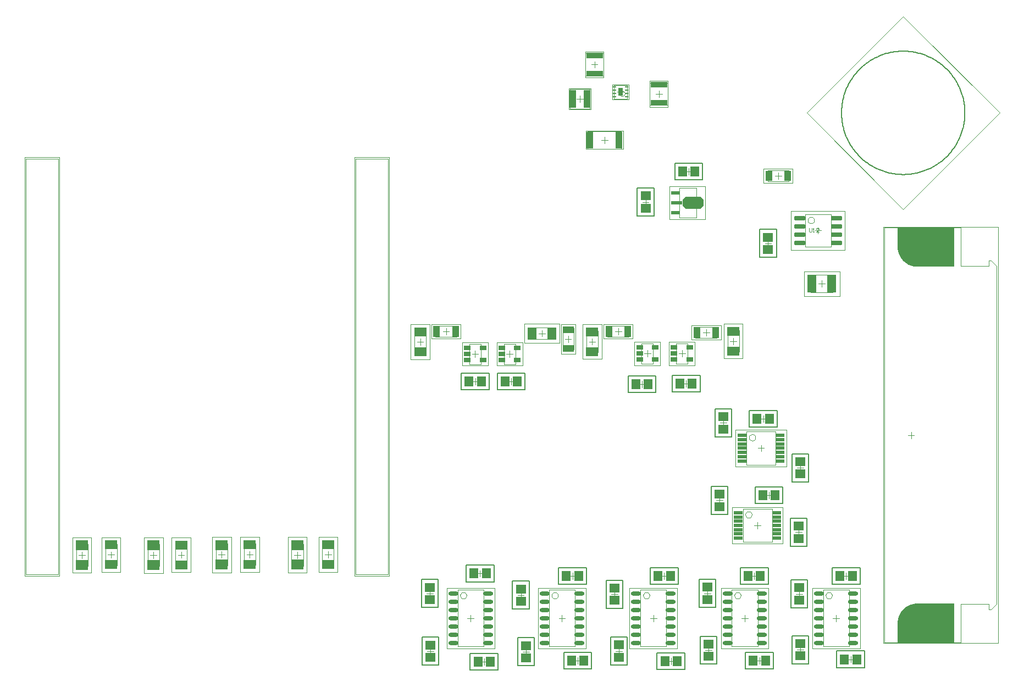
<source format=gtp>
G04*
G04 #@! TF.GenerationSoftware,Altium Limited,Altium Designer,19.0.15 (446)*
G04*
G04 Layer_Color=8421504*
%FSLAX25Y25*%
%MOIN*%
G70*
G01*
G75*
%ADD11C,0.00394*%
%ADD14C,0.00787*%
%ADD17C,0.00197*%
%ADD18R,0.01969X0.00984*%
%ADD19R,0.01969X0.00984*%
%ADD20R,0.01968X0.00984*%
%ADD21R,0.02756X0.05118*%
%ADD22R,0.01968X0.00984*%
%ADD23R,0.10236X0.03740*%
%ADD24R,0.06127X0.05530*%
%ADD25R,0.05530X0.06127*%
%ADD26R,0.07284X0.05315*%
%ADD27R,0.05512X0.02362*%
%ADD28R,0.07087X0.02362*%
G04:AMPARAMS|DCode=29|XSize=74.8mil|YSize=125.98mil|CornerRadius=0mil|HoleSize=0mil|Usage=FLASHONLY|Rotation=90.000|XOffset=0mil|YOffset=0mil|HoleType=Round|Shape=Octagon|*
%AMOCTAGOND29*
4,1,8,-0.06299,-0.01870,-0.06299,0.01870,-0.04429,0.03740,0.04429,0.03740,0.06299,0.01870,0.06299,-0.01870,0.04429,-0.03740,-0.04429,-0.03740,-0.06299,-0.01870,0.0*
%
%ADD29OCTAGOND29*%

%ADD30R,0.04331X0.06496*%
%ADD31R,0.04331X0.02559*%
G04:AMPARAMS|DCode=32|XSize=17.72mil|YSize=55.12mil|CornerRadius=1.95mil|HoleSize=0mil|Usage=FLASHONLY|Rotation=90.000|XOffset=0mil|YOffset=0mil|HoleType=Round|Shape=RoundedRectangle|*
%AMROUNDEDRECTD32*
21,1,0.01772,0.05122,0,0,90.0*
21,1,0.01382,0.05512,0,0,90.0*
1,1,0.00390,0.02561,0.00691*
1,1,0.00390,0.02561,-0.00691*
1,1,0.00390,-0.02561,-0.00691*
1,1,0.00390,-0.02561,0.00691*
%
%ADD32ROUNDEDRECTD32*%
%ADD33R,0.07480X0.05906*%
%ADD34R,0.03937X0.10630*%
%ADD35R,0.05709X0.11024*%
%ADD36R,0.04134X0.10236*%
G04:AMPARAMS|DCode=37|XSize=25.59mil|YSize=64.96mil|CornerRadius=1.92mil|HoleSize=0mil|Usage=FLASHONLY|Rotation=90.000|XOffset=0mil|YOffset=0mil|HoleType=Round|Shape=RoundedRectangle|*
%AMROUNDEDRECTD37*
21,1,0.02559,0.06112,0,0,90.0*
21,1,0.02175,0.06496,0,0,90.0*
1,1,0.00384,0.03056,0.01088*
1,1,0.00384,0.03056,-0.01088*
1,1,0.00384,-0.03056,-0.01088*
1,1,0.00384,-0.03056,0.01088*
%
%ADD37ROUNDEDRECTD37*%
%ADD38R,0.07874X0.07874*%
%ADD39R,0.06693X0.04331*%
%ADD40O,0.06102X0.02362*%
%ADD41R,0.04331X0.06693*%
%ADD42R,0.05315X0.07284*%
G36*
X571341Y19606D02*
X537069D01*
Y31417D01*
Y32191D01*
X537271Y33726D01*
X537672Y35221D01*
X538264Y36652D01*
X539038Y37993D01*
X539981Y39221D01*
X541076Y40316D01*
X542304Y41258D01*
X543645Y42033D01*
X545075Y42625D01*
X546571Y43026D01*
X548106Y43228D01*
X548880D01*
X571341Y43228D01*
Y19606D01*
D02*
G37*
G36*
Y247598D02*
X548106D01*
X546571Y247800D01*
X545075Y248201D01*
X543645Y248793D01*
X542304Y249567D01*
X541076Y250510D01*
X539981Y251605D01*
X539038Y252833D01*
X538264Y254174D01*
X537672Y255604D01*
X537271Y257100D01*
X537069Y258635D01*
Y259409D01*
Y271220D01*
X571341D01*
Y247598D01*
D02*
G37*
D11*
X483280Y270843D02*
Y268875D01*
X483673Y268481D01*
X484460D01*
X484854Y268875D01*
Y270843D01*
X485641Y268481D02*
X486428D01*
X486034D01*
Y270843D01*
X485641Y270449D01*
X489183Y268481D02*
X487609D01*
X489183Y270056D01*
Y270449D01*
X488790Y270843D01*
X488002D01*
X487609Y270449D01*
X450787Y143976D02*
X450524Y144961D01*
X449803Y145681D01*
X448819Y145945D01*
X447835Y145681D01*
X447114Y144961D01*
X446850Y143976D01*
X447114Y142992D01*
X447835Y142272D01*
X448819Y142008D01*
X449803Y142272D01*
X450524Y142992D01*
X450787Y143976D01*
X448701Y97165D02*
X448437Y98150D01*
X447717Y98870D01*
X446732Y99134D01*
X445748Y98870D01*
X445027Y98150D01*
X444764Y97165D01*
X445027Y96181D01*
X445748Y95461D01*
X446732Y95197D01*
X447717Y95461D01*
X448437Y96181D01*
X448701Y97165D01*
X371488Y352571D02*
X371187Y353497D01*
X370400Y354069D01*
X369427D01*
X368639Y353497D01*
X368339Y352571D01*
X368639Y351645D01*
X369427Y351073D01*
X370400D01*
X371187Y351645D01*
X371488Y352571D01*
X486417Y275781D02*
X486154Y276765D01*
X485433Y277485D01*
X484449Y277749D01*
X483465Y277485D01*
X482744Y276765D01*
X482480Y275781D01*
X482744Y274796D01*
X483465Y274076D01*
X484449Y273812D01*
X485433Y274076D01*
X486154Y274796D01*
X486417Y275781D01*
X497312Y48156D02*
X497048Y49140D01*
X496328Y49861D01*
X495343Y50125D01*
X494359Y49861D01*
X493639Y49140D01*
X493375Y48156D01*
X493639Y47172D01*
X494359Y46451D01*
X495343Y46188D01*
X496328Y46451D01*
X497048Y47172D01*
X497312Y48156D01*
X441901Y48156D02*
X441638Y49140D01*
X440917Y49861D01*
X439933Y50125D01*
X438948Y49861D01*
X438228Y49140D01*
X437964Y48156D01*
X438228Y47172D01*
X438948Y46451D01*
X439933Y46188D01*
X440917Y46451D01*
X441638Y47172D01*
X441901Y48156D01*
X386491Y48156D02*
X386227Y49140D01*
X385506Y49861D01*
X384522Y50125D01*
X383538Y49861D01*
X382817Y49140D01*
X382554Y48156D01*
X382817Y47172D01*
X383538Y46451D01*
X384522Y46188D01*
X385506Y46451D01*
X386227Y47172D01*
X386491Y48156D01*
X331080D02*
X330816Y49140D01*
X330096Y49861D01*
X329111Y50125D01*
X328127Y49861D01*
X327407Y49140D01*
X327143Y48156D01*
X327407Y47172D01*
X328127Y46451D01*
X329111Y46188D01*
X330096Y46451D01*
X330816Y47172D01*
X331080Y48156D01*
X275669D02*
X275406Y49140D01*
X274685Y49861D01*
X273701Y50125D01*
X272716Y49861D01*
X271996Y49140D01*
X271732Y48156D01*
X271996Y47172D01*
X272716Y46451D01*
X273701Y46188D01*
X274685Y46451D01*
X275406Y47172D01*
X275669Y48156D01*
X386732Y345630D02*
Y359016D01*
X397756Y345630D02*
Y359016D01*
X386732Y345630D02*
X397756D01*
X386732Y359016D02*
X397756D01*
X244036Y195433D02*
Y208425D01*
X250925Y195433D02*
Y208425D01*
X244036Y195433D02*
X250925D01*
X244036Y208425D02*
X250925D01*
X404646Y277323D02*
Y295433D01*
X414882Y277323D02*
Y295433D01*
X404646D02*
X414882D01*
X404646Y277323D02*
X414882D01*
X458130Y305925D02*
X470925D01*
X458130Y299429D02*
X470925D01*
X458130D02*
Y305925D01*
X470925Y299429D02*
Y305925D01*
X381670Y188780D02*
X388757D01*
X381670Y200984D02*
X388757D01*
Y188780D02*
Y200984D01*
X381670Y188780D02*
Y200984D01*
X445276Y127441D02*
X462992D01*
X445276Y147520D02*
X462992D01*
Y127441D02*
Y147520D01*
X445276Y127441D02*
Y147520D01*
X123543Y79567D02*
X130630D01*
X123543Y66181D02*
X130630D01*
Y79567D01*
X123543Y66181D02*
Y79567D01*
X443189Y80630D02*
Y100709D01*
X460906Y80630D02*
Y100709D01*
X443189D02*
X460906D01*
X443189Y80630D02*
X460906D01*
X298167Y188465D02*
Y200669D01*
X305253Y188465D02*
Y200669D01*
X298167D02*
X305253D01*
X298167Y188465D02*
X305253D01*
X277222D02*
Y200669D01*
X284308Y188465D02*
Y200669D01*
X277222D02*
X284308D01*
X277222Y188465D02*
X284308D01*
X402615Y188780D02*
Y200984D01*
X409702Y188780D02*
Y200984D01*
X402615D02*
X409702D01*
X402615Y188780D02*
X409702D01*
X373063Y349421D02*
Y357689D01*
X364795Y349421D02*
Y357689D01*
Y349421D02*
X373063D01*
X364795Y357689D02*
X373063D01*
X338346Y343386D02*
X350157D01*
Y355197D01*
X338346D02*
X350157D01*
X338346Y343386D02*
Y355197D01*
X227886Y61008D02*
Y313016D01*
X208398D02*
X227886D01*
X208398Y61008D02*
Y313016D01*
Y61008D02*
X227886D01*
X497716Y231929D02*
Y242559D01*
X484331Y231929D02*
Y242559D01*
Y231929D02*
X497716D01*
X484331Y242559D02*
X497716D01*
X348976Y319095D02*
Y329724D01*
X369449Y319095D02*
Y329724D01*
X348976D02*
X369449D01*
X348976Y319095D02*
X369449D01*
X480905Y259639D02*
X496654D01*
X480905Y279324D02*
X496654D01*
Y259639D02*
Y279324D01*
X480905Y259639D02*
Y279324D01*
X575628Y247988D02*
X592203D01*
X575274D02*
Y270913D01*
X528819Y271220D02*
X575274D01*
X528818Y19607D02*
X575275D01*
X528819Y19606D02*
Y271220D01*
X575276Y19606D02*
Y42834D01*
X575280Y42838D01*
X592205D01*
X596929Y42834D02*
Y247992D01*
X593780Y251141D02*
X596929Y247992D01*
X592205Y251141D02*
X593780D01*
X592205Y247990D02*
Y251141D01*
X593780Y39685D02*
X596929Y42834D01*
X592205Y39685D02*
X593780D01*
X592205D02*
Y42838D01*
X333798Y197165D02*
X340491D01*
X333798Y210157D02*
X340491D01*
X333798Y197165D02*
Y210157D01*
X340491Y197165D02*
Y210157D01*
X491800Y17152D02*
Y51601D01*
X507548Y17152D02*
Y51601D01*
X491800D02*
X507548D01*
X491800Y17152D02*
X507548D01*
X140650Y79567D02*
X147539D01*
X140650Y66575D02*
X147539D01*
Y79567D01*
X140650Y66575D02*
Y79567D01*
X82205Y65905D02*
Y79291D01*
X89291Y65905D02*
Y79291D01*
X82205Y65905D02*
X89291D01*
X82205Y79291D02*
X89291D01*
X169449Y79409D02*
X176535D01*
X169449Y66024D02*
X176535D01*
Y79409D01*
X169449Y66024D02*
Y79409D01*
X188090Y79410D02*
X194980D01*
X188090Y66418D02*
X194980D01*
Y79410D01*
X188090Y66418D02*
Y79410D01*
X38858Y79331D02*
X45945D01*
X38858Y65945D02*
X45945D01*
Y79331D01*
X38858Y65945D02*
Y79331D01*
X56594Y79331D02*
X63484D01*
X56594Y66339D02*
X63484D01*
Y79331D01*
X56594Y66339D02*
Y79331D01*
X99035Y79292D02*
X105925D01*
X99035Y66299D02*
X105925D01*
Y79292D01*
X99035Y66299D02*
Y79292D01*
X436389Y17152D02*
Y51601D01*
X452137Y17152D02*
Y51601D01*
X436389D02*
X452137D01*
X436389Y17152D02*
X452137D01*
X380979D02*
Y51601D01*
X396727Y17152D02*
Y51601D01*
X380979D02*
X396727D01*
X380979Y17152D02*
X396727D01*
X325568D02*
Y51601D01*
X341316Y17152D02*
Y51601D01*
X325568D02*
X341316D01*
X325568Y17152D02*
X341316D01*
X270157D02*
Y51601D01*
X285905Y17152D02*
Y51601D01*
X270157D02*
X285905D01*
X270157Y17152D02*
X285905D01*
X374016Y204921D02*
Y211614D01*
X361024Y204921D02*
Y211614D01*
Y204921D02*
X374016D01*
X361024Y211614D02*
X374016D01*
X348327Y208622D02*
X355217D01*
X348327Y195630D02*
X355217D01*
Y208622D01*
X348327Y195630D02*
Y208622D01*
X433957Y208937D02*
X440847D01*
X433957Y195945D02*
X440847D01*
Y208937D01*
X433957Y195945D02*
Y208937D01*
X414449Y204291D02*
Y210984D01*
X427441Y204291D02*
Y210984D01*
X414449D02*
X427441D01*
X414449Y204291D02*
X427441D01*
X269646Y204961D02*
Y211653D01*
X256654Y204961D02*
Y211653D01*
Y204961D02*
X269646D01*
X256654Y211653D02*
X269646D01*
X327695Y203681D02*
Y210571D01*
X314703Y203681D02*
Y210571D01*
Y203681D02*
X327695D01*
X314703Y210571D02*
X327695D01*
X27886Y61008D02*
Y313016D01*
X8398D02*
X27886D01*
X8398Y61008D02*
Y313016D01*
Y61008D02*
X27886D01*
X347638Y363464D02*
X358661D01*
X347638Y376850D02*
X358661D01*
X347638Y363464D02*
Y376850D01*
X358661Y363464D02*
Y376850D01*
X390276Y352323D02*
X394213D01*
X392244Y350354D02*
Y354291D01*
X422362Y12992D02*
Y16929D01*
X420394Y14961D02*
X424331D01*
X367874Y12480D02*
Y16417D01*
X365906Y14449D02*
X369843D01*
X284291Y7992D02*
X288228D01*
X286260Y6024D02*
Y9961D01*
X311732Y12087D02*
Y16024D01*
X309764Y14055D02*
X313701D01*
X245512Y201929D02*
X249449D01*
X247480Y199961D02*
Y203898D01*
X407795Y286378D02*
X411732D01*
X409764Y284409D02*
Y288346D01*
X464528Y300709D02*
Y304646D01*
X462559Y302677D02*
X466496D01*
X408701Y174646D02*
Y178583D01*
X406732Y176614D02*
X410669D01*
X381969Y174449D02*
Y178386D01*
X380000Y176417D02*
X383937D01*
X302638Y176024D02*
Y179961D01*
X300669Y177992D02*
X304606D01*
X280827Y176024D02*
Y179961D01*
X278858Y177992D02*
X282795D01*
X253504Y12365D02*
Y16302D01*
X251535Y14334D02*
X255472D01*
X281811Y61496D02*
X285748D01*
X283780Y59528D02*
Y63465D01*
X340984Y8583D02*
X344921D01*
X342953Y6614D02*
Y10551D01*
X397598Y8228D02*
X401535D01*
X399567Y6260D02*
Y10197D01*
X419528Y49409D02*
X423465D01*
X421496Y47441D02*
Y51378D01*
X503780Y60000D02*
X507717D01*
X505748Y58032D02*
Y61969D01*
X506496Y9449D02*
X510433D01*
X508465Y7480D02*
Y11417D01*
X451220Y8622D02*
X455157D01*
X453189Y6654D02*
Y10591D01*
X478071Y13268D02*
Y17205D01*
X476102Y15236D02*
X480039D01*
X475394Y49094D02*
X479331D01*
X477362Y47126D02*
Y51063D01*
X481902Y340857D02*
X540363Y282396D01*
X481902Y340857D02*
X540363Y399319D01*
X598825Y340857D01*
X540363Y282396D02*
X598825Y340857D01*
X385214Y192913D02*
Y196850D01*
X383245Y194882D02*
X387182D01*
X454134Y135512D02*
Y139449D01*
X452165Y137480D02*
X456102D01*
X448071Y59921D02*
X452008D01*
X450039Y57953D02*
Y61890D01*
X393425Y60000D02*
X397362D01*
X395394Y58032D02*
Y61969D01*
X337874Y59921D02*
X341811D01*
X339843Y57953D02*
Y61890D01*
X458454Y259750D02*
Y263687D01*
X456485Y261719D02*
X460422D01*
X408296Y305301D02*
X412233D01*
X410265Y303333D02*
Y307270D01*
X384134Y284764D02*
Y288701D01*
X382165Y286732D02*
X386102D01*
X127087Y70906D02*
Y74843D01*
X125118Y72874D02*
X129055D01*
X365197Y46929D02*
Y50866D01*
X363228Y48898D02*
X367165D01*
X308465Y46417D02*
Y50354D01*
X306496Y48386D02*
X310433D01*
X253346Y47402D02*
Y51339D01*
X251378Y49370D02*
X255315D01*
X477992Y123583D02*
Y127520D01*
X476024Y125551D02*
X479961D01*
X476969Y84528D02*
Y88465D01*
X475000Y86496D02*
X478937D01*
X453504Y155407D02*
X457441D01*
X455472Y153438D02*
Y157375D01*
X457008Y108937D02*
X460945D01*
X458976Y106969D02*
Y110906D01*
X428858Y103858D02*
Y107795D01*
X426890Y105827D02*
X430827D01*
X431378Y150866D02*
Y154803D01*
X429409Y152835D02*
X433346D01*
X450079Y90669D02*
X454016D01*
X452047Y88701D02*
Y92638D01*
X299741Y194567D02*
X303678D01*
X301710Y192598D02*
Y196535D01*
X278797Y194567D02*
X282734D01*
X280765Y192598D02*
Y196535D01*
X404190Y194882D02*
X408127D01*
X406158Y192913D02*
Y196850D01*
X366961Y353555D02*
X370898D01*
X368929Y351587D02*
Y355524D01*
X344252Y347323D02*
Y351260D01*
X342283Y349291D02*
X346220D01*
X489055Y237244D02*
X492992D01*
X491024Y235276D02*
Y239213D01*
X357244Y324409D02*
X361181D01*
X359213Y322441D02*
Y326378D01*
X488780Y267513D02*
Y271450D01*
X486811Y269481D02*
X490748D01*
X545128Y143444D02*
Y147381D01*
X543159Y145413D02*
X547096D01*
X337145Y201693D02*
Y205630D01*
X335176Y203661D02*
X339113D01*
X497706Y34377D02*
X501643D01*
X499674Y32408D02*
Y36345D01*
X144094Y71103D02*
Y75040D01*
X142126Y73071D02*
X146063D01*
X83780Y72598D02*
X87717D01*
X85748Y70630D02*
Y74567D01*
X172992Y70748D02*
Y74685D01*
X171024Y72716D02*
X174961D01*
X191535Y70945D02*
Y74882D01*
X189567Y72914D02*
X193504D01*
X42402Y70669D02*
Y74606D01*
X40433Y72638D02*
X44370D01*
X60039Y70866D02*
Y74803D01*
X58071Y72835D02*
X62008D01*
X102480Y70827D02*
Y74764D01*
X100512Y72795D02*
X104449D01*
X442295Y34377D02*
X446232D01*
X444263Y32408D02*
Y36345D01*
X386884Y34377D02*
X390821D01*
X388853Y32408D02*
Y36345D01*
X331474Y34377D02*
X335411D01*
X333442Y32408D02*
Y36345D01*
X276063Y34377D02*
X280000D01*
X278031Y32408D02*
Y36345D01*
X365551Y208268D02*
X369488D01*
X367520Y206299D02*
Y210236D01*
X351772Y200158D02*
Y204095D01*
X349803Y202126D02*
X353740D01*
X437402Y200472D02*
Y204409D01*
X435433Y202441D02*
X439370D01*
X418976Y207638D02*
X422913D01*
X420945Y205669D02*
Y209606D01*
X261181Y208307D02*
X265118D01*
X263150Y206339D02*
Y210276D01*
X319231Y207126D02*
X323168D01*
X321199Y205157D02*
Y209094D01*
X353150Y368189D02*
Y372126D01*
X351181Y370157D02*
X355118D01*
D14*
X566810Y314410D02*
X567505Y315124D01*
X568180Y315856D01*
X568836Y316605D01*
X569471Y317371D01*
X570086Y318155D01*
X570680Y318954D01*
X571252Y319769D01*
X571803Y320599D01*
X572331Y321443D01*
X572836Y322301D01*
X573319Y323171D01*
X573778Y324055D01*
X574214Y324951D01*
X574625Y325857D01*
X575012Y326775D01*
X575375Y327702D01*
X575713Y328639D01*
X576025Y329584D01*
X576313Y330537D01*
X576575Y331498D01*
X576811Y332465D01*
X577022Y333439D01*
X577206Y334417D01*
X577364Y335400D01*
X577497Y336387D01*
X577602Y337377D01*
X577682Y338370D01*
X577735Y339364D01*
X577761Y340359D01*
Y341355D01*
X577735Y342351D01*
X577682Y343345D01*
X577602Y344337D01*
X577497Y345327D01*
X577364Y346315D01*
X577206Y347298D01*
X577022Y348276D01*
X576811Y349249D01*
X576575Y350217D01*
X576313Y351177D01*
X576025Y352131D01*
X575713Y353076D01*
X575375Y354013D01*
X575012Y354940D01*
X574625Y355857D01*
X574214Y356764D01*
X573778Y357660D01*
X573319Y358543D01*
X572836Y359414D01*
X572331Y360272D01*
X571803Y361116D01*
X571252Y361946D01*
X570680Y362761D01*
X570086Y363560D01*
X569471Y364343D01*
X568836Y365110D01*
X568180Y365859D01*
X567505Y366591D01*
X566810Y367304D01*
X566097Y367999D01*
X565365Y368674D01*
X564616Y369330D01*
X563849Y369966D01*
X563066Y370580D01*
X562267Y371174D01*
X561452Y371746D01*
X560622Y372297D01*
X559778Y372825D01*
X558920Y373331D01*
X558049Y373813D01*
X557165Y374272D01*
X556270Y374708D01*
X555363Y375119D01*
X554446Y375506D01*
X553518Y375869D01*
X552582Y376207D01*
X551637Y376519D01*
X550683Y376807D01*
X549722Y377069D01*
X548755Y377305D01*
X547782Y377516D01*
X546804Y377700D01*
X545820Y377859D01*
X544834Y377991D01*
X543843Y378097D01*
X542851Y378176D01*
X541856Y378229D01*
X540861Y378256D01*
X539865Y378256D01*
X538870Y378229D01*
X537876Y378176D01*
X536883Y378097D01*
X535893Y377991D01*
X534906Y377859D01*
X533923Y377700D01*
X532945Y377516D01*
X531971Y377305D01*
X531004Y377069D01*
X530043Y376807D01*
X529090Y376520D01*
X528145Y376207D01*
X527208Y375869D01*
X526281Y375506D01*
X525363Y375119D01*
X524457Y374708D01*
X523561Y374272D01*
X522677Y373813D01*
X521806Y373331D01*
X520949Y372825D01*
X520104Y372297D01*
X519275Y371747D01*
X518460Y371174D01*
X517661Y370581D01*
X516877Y369966D01*
X516111Y369330D01*
X515361Y368674D01*
X514630Y367999D01*
X513916Y367304D01*
X513916Y367304D02*
X513222Y366591D01*
X512546Y365859D01*
X511890Y365110D01*
X511255Y364343D01*
X510640Y363560D01*
X510046Y362761D01*
X509474Y361946D01*
X508923Y361116D01*
X508395Y360272D01*
X507890Y359414D01*
X507407Y358543D01*
X506948Y357660D01*
X506513Y356764D01*
X506101Y355857D01*
X505714Y354940D01*
X505351Y354013D01*
X505014Y353076D01*
X504701Y352131D01*
X504414Y351177D01*
X504151Y350217D01*
X503915Y349249D01*
X503705Y348276D01*
X503520Y347298D01*
X503362Y346315D01*
X503230Y345328D01*
X503124Y344338D01*
X503044Y343345D01*
X502991Y342351D01*
X502965Y341355D01*
Y340359D01*
X502991Y339364D01*
X503044Y338370D01*
X503124Y337377D01*
X503230Y336387D01*
X503362Y335400D01*
X503520Y334417D01*
X503705Y333439D01*
X503915Y332466D01*
X504151Y331498D01*
X504414Y330538D01*
X504701Y329584D01*
X505014Y328639D01*
X505351Y327702D01*
X505714Y326775D01*
X506101Y325857D01*
X506513Y324951D01*
X506948Y324055D01*
X507407Y323172D01*
X507890Y322301D01*
X508395Y321443D01*
X508923Y320599D01*
X509474Y319769D01*
X510046Y318954D01*
X510640Y318155D01*
X511255Y317372D01*
X511890Y316605D01*
X512546Y315856D01*
X513222Y315124D01*
X513916Y314410D01*
X514630Y313716D01*
X515361Y313040D01*
X516111Y312385D01*
X516877Y311749D01*
X517660Y311134D01*
X518460Y310541D01*
X519274Y309968D01*
X520104Y309418D01*
X520948Y308890D01*
X521806Y308384D01*
X522677Y307902D01*
X523561Y307442D01*
X524456Y307007D01*
X525363Y306595D01*
X526280Y306208D01*
X527208Y305846D01*
X528144Y305508D01*
X529090Y305195D01*
X530043Y304908D01*
X531004Y304646D01*
X531971Y304409D01*
X532944Y304199D01*
X533923Y304014D01*
X534906Y303856D01*
X535893Y303724D01*
X536883Y303618D01*
X537875Y303539D01*
X538870Y303486D01*
X539865Y303459D01*
X540861Y303459D01*
X541856Y303486D01*
X542851Y303539D01*
X543843Y303618D01*
X544833Y303724D01*
X545820Y303856D01*
X546803Y304014D01*
X547782Y304199D01*
X548755Y304409D01*
X549722Y304646D01*
X550683Y304908D01*
X551636Y305195D01*
X552582Y305508D01*
X553518Y305846D01*
X554446Y306208D01*
X555363Y306595D01*
X556270Y307007D01*
X557165Y307442D01*
X558049Y307901D01*
X558920Y308384D01*
X559778Y308889D01*
X560622Y309418D01*
X561452Y309968D01*
X562266Y310540D01*
X563066Y311134D01*
X563849Y311749D01*
X564615Y312385D01*
X565365Y313040D01*
X566096Y313716D01*
X566810Y314410D01*
X417330Y6484D02*
Y23437D01*
X427394D01*
Y6484D02*
Y23437D01*
X417330Y6484D02*
X427394D01*
X362842Y5972D02*
Y22926D01*
X372906D01*
Y5972D02*
Y22926D01*
X362842Y5972D02*
X372906D01*
X277783Y2960D02*
X294737D01*
X277783D02*
Y13024D01*
X294737D01*
Y2960D02*
Y13024D01*
X306700Y5578D02*
Y22532D01*
X316764D01*
Y5578D02*
Y22532D01*
X306700Y5578D02*
X316764D01*
X400224Y171582D02*
Y181646D01*
Y171582D02*
X417178D01*
Y181646D01*
X400224D02*
X417178D01*
X373492Y171385D02*
Y181449D01*
Y171385D02*
X390445D01*
Y181449D01*
X373492D02*
X390445D01*
X294161Y172960D02*
Y183024D01*
Y172960D02*
X311115D01*
Y183024D01*
X294161D02*
X311115D01*
X272350Y172960D02*
Y183024D01*
Y172960D02*
X289304D01*
Y183024D01*
X272350D02*
X289304D01*
X248472Y5857D02*
Y22811D01*
X258536D01*
Y5857D02*
Y22811D01*
X248472Y5857D02*
X258536D01*
X275303Y56464D02*
X292256D01*
X275303D02*
Y66528D01*
X292256D01*
Y56464D02*
Y66528D01*
X334476Y3551D02*
X351430D01*
X334476D02*
Y13615D01*
X351430D01*
Y3551D02*
Y13615D01*
X391090Y3196D02*
X408044D01*
X391090D02*
Y13260D01*
X408044D01*
Y3196D02*
Y13260D01*
X416464Y57886D02*
X426528D01*
X416464Y40933D02*
Y57886D01*
Y40933D02*
X426528D01*
Y57886D01*
X497271Y54968D02*
X514225D01*
X497271D02*
Y65032D01*
X514225D01*
Y54968D02*
Y65032D01*
X499988Y4417D02*
X516941D01*
X499988D02*
Y14481D01*
X516941D01*
Y4417D02*
Y14481D01*
X444712Y3590D02*
X461666D01*
X444712D02*
Y13654D01*
X461666D01*
Y3590D02*
Y13654D01*
X473039Y6759D02*
Y23713D01*
X483103D01*
Y6759D02*
Y23713D01*
X473039Y6759D02*
X483103D01*
X472330Y57571D02*
X482394D01*
X472330Y40618D02*
Y57571D01*
Y40618D02*
X482394D01*
Y57571D01*
X441563Y54889D02*
X458516D01*
X441563D02*
Y64953D01*
X458516D01*
Y54889D02*
Y64953D01*
X386917Y54968D02*
X403870D01*
X386917D02*
Y65032D01*
X403870D01*
Y54968D02*
Y65032D01*
X331366Y54889D02*
X348319D01*
X331366D02*
Y64953D01*
X348319D01*
Y54889D02*
Y64953D01*
X453422Y253242D02*
Y270195D01*
X463486D01*
Y253242D02*
Y270195D01*
X453422Y253242D02*
X463486D01*
X401788Y310333D02*
X418741D01*
Y300269D02*
Y310333D01*
X401788Y300269D02*
X418741D01*
X401788D02*
Y310333D01*
X389166Y278256D02*
Y295209D01*
X379102Y278256D02*
X389166D01*
X379102D02*
Y295209D01*
X389166D01*
X370229Y40421D02*
Y57374D01*
X360165Y40421D02*
X370229D01*
X360165D02*
Y57374D01*
X370229D01*
X313496Y39909D02*
Y56863D01*
X303433Y39909D02*
X313496D01*
X303433D02*
Y56863D01*
X313496D01*
X258378Y40893D02*
Y57847D01*
X248315Y40893D02*
X258378D01*
X248315D02*
Y57847D01*
X258378D01*
X483024Y117074D02*
Y134028D01*
X472960Y117074D02*
X483024D01*
X472960D02*
Y134028D01*
X483024D01*
X482000Y78019D02*
Y94973D01*
X471937Y78019D02*
X482000D01*
X471937D02*
Y94973D01*
X482000D01*
X446996Y150375D02*
X463949D01*
X446996D02*
Y160439D01*
X463949D01*
Y150375D02*
Y160439D01*
X450500Y103905D02*
X467453D01*
X450500D02*
Y113969D01*
X467453D01*
Y103905D02*
Y113969D01*
X423826Y97350D02*
Y114304D01*
X433890D01*
Y97350D02*
Y114304D01*
X423826Y97350D02*
X433890D01*
X426346Y144358D02*
Y161311D01*
X436410D01*
Y144358D02*
Y161311D01*
X426346Y144358D02*
X436410D01*
D17*
X386732Y344449D02*
Y360197D01*
X397756Y344449D02*
Y360197D01*
X386732Y344449D02*
X397756D01*
X386732Y360197D02*
X397756D01*
X241772Y191299D02*
Y212559D01*
X253189Y191299D02*
Y212559D01*
X241772Y191299D02*
X253189D01*
X241772Y212559D02*
X253189D01*
X398543Y276339D02*
Y296417D01*
X420197Y276339D02*
Y296417D01*
X398543D02*
X420197D01*
X398543Y276339D02*
X420197D01*
X455669Y307008D02*
X473386D01*
X455669Y298346D02*
X473386D01*
X455669D02*
Y307008D01*
X473386Y298346D02*
Y307008D01*
X377340Y187795D02*
X393088D01*
X377340Y201969D02*
X393088D01*
Y187795D02*
Y201969D01*
X377340Y187795D02*
Y201969D01*
X438780Y126457D02*
X469488D01*
X438780Y148504D02*
X469488D01*
Y126457D02*
Y148504D01*
X438780Y126457D02*
Y148504D01*
X121378Y83701D02*
X132795D01*
X121378Y62047D02*
X132795D01*
Y83701D01*
X121378Y62047D02*
Y83701D01*
X436693Y79646D02*
Y101693D01*
X467402Y79646D02*
Y101693D01*
X436693D02*
X467402D01*
X436693Y79646D02*
X467402D01*
X293836Y187480D02*
Y201654D01*
X309584Y187480D02*
Y201654D01*
X293836D02*
X309584D01*
X293836Y187480D02*
X309584D01*
X272891D02*
Y201654D01*
X288639Y187480D02*
Y201654D01*
X272891D02*
X288639D01*
X272891Y187480D02*
X288639D01*
X398284Y187795D02*
Y201969D01*
X414033Y187795D02*
Y201969D01*
X398284D02*
X414033D01*
X398284Y187795D02*
X414033D01*
X374047Y349028D02*
Y358083D01*
X363811Y349028D02*
Y358083D01*
Y349028D02*
X374047D01*
X363811Y358083D02*
X374047D01*
X337559Y342992D02*
X350945D01*
Y355591D01*
X337559D02*
X350945D01*
X337559Y342992D02*
Y355591D01*
X228772Y60122D02*
Y313902D01*
X207512D02*
X228772D01*
X207512Y60122D02*
Y313902D01*
Y60122D02*
X228772D01*
X501850Y229764D02*
Y244724D01*
X480197Y229764D02*
Y244724D01*
Y229764D02*
X501850D01*
X480197Y244724D02*
X501850D01*
X347795Y318898D02*
Y329921D01*
X370630Y318898D02*
Y329921D01*
X347795D02*
X370630D01*
X347795Y318898D02*
X370630D01*
X472441Y257670D02*
X505118D01*
X472441Y281292D02*
X505118D01*
Y257670D02*
Y281292D01*
X472441Y257670D02*
Y281292D01*
X528423Y19212D02*
X598108D01*
Y271614D01*
X528423D02*
X598108D01*
X528423Y19212D02*
Y271614D01*
X332814Y194803D02*
X341476D01*
X332814Y212520D02*
X341476D01*
X332814Y194803D02*
Y212520D01*
X341476Y194803D02*
Y212520D01*
X485206Y16069D02*
Y52684D01*
X514143Y16069D02*
Y52684D01*
X485206D02*
X514143D01*
X485206Y16069D02*
X514143D01*
X138386Y83701D02*
X149803D01*
X138386Y62441D02*
X149803D01*
Y83701D01*
X138386Y62441D02*
Y83701D01*
X80039Y61772D02*
Y83425D01*
X91457Y61772D02*
Y83425D01*
X80039Y61772D02*
X91457D01*
X80039Y83425D02*
X91457D01*
X167283Y83543D02*
X178701D01*
X167283Y61890D02*
X178701D01*
Y83543D01*
X167283Y61890D02*
Y83543D01*
X185827Y83543D02*
X197244D01*
X185827Y62284D02*
X197244D01*
Y83543D01*
X185827Y62284D02*
Y83543D01*
X36693Y83465D02*
X48110D01*
X36693Y61811D02*
X48110D01*
Y83465D01*
X36693Y61811D02*
Y83465D01*
X54331Y83465D02*
X65748D01*
X54331Y62205D02*
X65748D01*
Y83465D01*
X54331Y62205D02*
Y83465D01*
X96772Y83425D02*
X108189D01*
X96772Y62166D02*
X108189D01*
Y83425D01*
X96772Y62166D02*
Y83425D01*
X429795Y16069D02*
Y52684D01*
X458732Y16069D02*
Y52684D01*
X429795D02*
X458732D01*
X429795Y16069D02*
X458732D01*
X374384D02*
Y52684D01*
X403321Y16069D02*
Y52684D01*
X374384D02*
X403321D01*
X374384Y16069D02*
X403321D01*
X318974D02*
Y52684D01*
X347911Y16069D02*
Y52684D01*
X318974D02*
X347911D01*
X318974Y16069D02*
X347911D01*
X263563D02*
Y52684D01*
X292500Y16069D02*
Y52684D01*
X263563D02*
X292500D01*
X263563Y16069D02*
X292500D01*
X376378Y203937D02*
Y212598D01*
X358661Y203937D02*
Y212598D01*
Y203937D02*
X376378D01*
X358661Y212598D02*
X376378D01*
X346063Y212756D02*
X357480D01*
X346063Y191496D02*
X357480D01*
Y212756D01*
X346063Y191496D02*
Y212756D01*
X431693Y213071D02*
X443110D01*
X431693Y191811D02*
X443110D01*
Y213071D01*
X431693Y191811D02*
Y213071D01*
X412087Y203307D02*
Y211968D01*
X429803Y203307D02*
Y211968D01*
X412087D02*
X429803D01*
X412087Y203307D02*
X429803D01*
X272008Y203976D02*
Y212638D01*
X254291Y203976D02*
Y212638D01*
Y203976D02*
X272008D01*
X254291Y212638D02*
X272008D01*
X331829Y201417D02*
Y212835D01*
X310569Y201417D02*
Y212835D01*
Y201417D02*
X331829D01*
X310569Y212835D02*
X331829D01*
X28772Y60122D02*
Y313902D01*
X7512D02*
X28772D01*
X7512Y60122D02*
Y313902D01*
Y60122D02*
X28772D01*
X347638Y362283D02*
X358661D01*
X347638Y378031D02*
X358661D01*
X347638Y362283D02*
Y378031D01*
X358661Y362283D02*
Y378031D01*
D18*
X365189Y350603D02*
D03*
Y354539D02*
D03*
Y356508D02*
D03*
D19*
Y352571D02*
D03*
D20*
X372669Y356508D02*
D03*
Y354539D02*
D03*
Y350603D02*
D03*
D21*
X368929Y353555D02*
D03*
D22*
X372669Y352571D02*
D03*
D23*
X392244Y346811D02*
D03*
Y357835D02*
D03*
X353150Y364646D02*
D03*
Y375669D02*
D03*
D24*
X422362Y11217D02*
D03*
Y18704D02*
D03*
X367874Y10706D02*
D03*
Y18192D02*
D03*
X311732Y10312D02*
D03*
Y17798D02*
D03*
X253504Y10591D02*
D03*
Y18077D02*
D03*
X421496Y45666D02*
D03*
Y53153D02*
D03*
X478071Y11493D02*
D03*
Y18979D02*
D03*
X477362Y45351D02*
D03*
Y52838D02*
D03*
X458454Y257975D02*
D03*
Y265462D02*
D03*
X384134Y290476D02*
D03*
Y282989D02*
D03*
X365197Y52641D02*
D03*
Y45154D02*
D03*
X308465Y52129D02*
D03*
Y44643D02*
D03*
X253346Y53113D02*
D03*
Y45627D02*
D03*
X477992Y129294D02*
D03*
Y121808D02*
D03*
X476969Y90239D02*
D03*
Y82753D02*
D03*
X428858Y102084D02*
D03*
Y109570D02*
D03*
X431378Y149091D02*
D03*
Y156578D02*
D03*
D25*
X290003Y7992D02*
D03*
X282517D02*
D03*
X412444Y176614D02*
D03*
X404958D02*
D03*
X385712Y176417D02*
D03*
X378225D02*
D03*
X306381Y177992D02*
D03*
X298895D02*
D03*
X284570D02*
D03*
X277084D02*
D03*
X287523Y61496D02*
D03*
X280036D02*
D03*
X346696Y8583D02*
D03*
X339210D02*
D03*
X403310Y8228D02*
D03*
X395824D02*
D03*
X509491Y60000D02*
D03*
X502005D02*
D03*
X512208Y9449D02*
D03*
X504721D02*
D03*
X456932Y8622D02*
D03*
X449446D02*
D03*
X453783Y59921D02*
D03*
X446296D02*
D03*
X399137Y60000D02*
D03*
X391650D02*
D03*
X343586Y59921D02*
D03*
X336099D02*
D03*
X406521Y305301D02*
D03*
X414008D02*
D03*
X459216Y155407D02*
D03*
X451729D02*
D03*
X462720Y108937D02*
D03*
X455233D02*
D03*
D26*
X247480Y195925D02*
D03*
Y207933D02*
D03*
X144094Y79075D02*
D03*
Y67067D02*
D03*
X191535Y78918D02*
D03*
Y66910D02*
D03*
X60039Y78839D02*
D03*
Y66831D02*
D03*
X102480Y78799D02*
D03*
Y66792D02*
D03*
X351772Y208130D02*
D03*
Y196122D02*
D03*
X437402Y208445D02*
D03*
Y196437D02*
D03*
D27*
X402283Y292283D02*
D03*
Y280472D02*
D03*
D28*
X403071Y286378D02*
D03*
D29*
X412913D02*
D03*
D30*
X458917Y302677D02*
D03*
X470138D02*
D03*
D31*
X389938Y198622D02*
D03*
Y191142D02*
D03*
X380489D02*
D03*
Y194882D02*
D03*
Y198622D02*
D03*
X296986Y198307D02*
D03*
Y194567D02*
D03*
Y190827D02*
D03*
X306434D02*
D03*
Y198307D02*
D03*
X276041D02*
D03*
Y194567D02*
D03*
Y190827D02*
D03*
X285490D02*
D03*
Y198307D02*
D03*
X401434Y198622D02*
D03*
Y194882D02*
D03*
Y191142D02*
D03*
X410883D02*
D03*
Y198622D02*
D03*
D32*
X465748Y129803D02*
D03*
Y132362D02*
D03*
Y134921D02*
D03*
Y137480D02*
D03*
Y140039D02*
D03*
Y142598D02*
D03*
Y145157D02*
D03*
X442520Y129803D02*
D03*
Y132362D02*
D03*
Y134921D02*
D03*
Y137480D02*
D03*
Y140039D02*
D03*
Y142598D02*
D03*
Y145157D02*
D03*
X440433Y98346D02*
D03*
Y95787D02*
D03*
Y93228D02*
D03*
Y90669D02*
D03*
Y88110D02*
D03*
Y85551D02*
D03*
Y82992D02*
D03*
X463661Y98346D02*
D03*
Y95787D02*
D03*
Y93228D02*
D03*
Y90669D02*
D03*
Y88110D02*
D03*
Y85551D02*
D03*
Y82992D02*
D03*
D33*
X127087Y78780D02*
D03*
Y66969D02*
D03*
X85748Y66693D02*
D03*
Y78504D02*
D03*
X172992Y78622D02*
D03*
Y66811D02*
D03*
X42402Y78543D02*
D03*
Y66732D02*
D03*
D34*
X339921Y349291D02*
D03*
X348583D02*
D03*
D35*
X497028Y237244D02*
D03*
X485020D02*
D03*
D36*
X350354Y324409D02*
D03*
X368071D02*
D03*
D37*
X499902Y261981D02*
D03*
Y266981D02*
D03*
Y271981D02*
D03*
Y276981D02*
D03*
X477657Y261981D02*
D03*
Y266981D02*
D03*
Y271981D02*
D03*
Y276981D02*
D03*
D38*
X562128Y259413D02*
D03*
Y31413D02*
D03*
D39*
X337145Y197953D02*
D03*
Y209370D02*
D03*
D40*
X489241Y49377D02*
D03*
Y44377D02*
D03*
Y39377D02*
D03*
Y34377D02*
D03*
Y29377D02*
D03*
Y24377D02*
D03*
Y19377D02*
D03*
X510107Y49377D02*
D03*
Y44377D02*
D03*
Y39377D02*
D03*
Y34377D02*
D03*
Y29377D02*
D03*
Y24377D02*
D03*
Y19377D02*
D03*
X433830Y49377D02*
D03*
Y44377D02*
D03*
Y39377D02*
D03*
Y34377D02*
D03*
Y29377D02*
D03*
Y24377D02*
D03*
Y19377D02*
D03*
X454696Y49377D02*
D03*
Y44377D02*
D03*
Y39377D02*
D03*
Y34377D02*
D03*
Y29377D02*
D03*
Y24377D02*
D03*
Y19377D02*
D03*
X378420Y49377D02*
D03*
Y44377D02*
D03*
Y39377D02*
D03*
Y34377D02*
D03*
Y29377D02*
D03*
Y24377D02*
D03*
Y19377D02*
D03*
X399286Y49377D02*
D03*
Y44377D02*
D03*
Y39377D02*
D03*
Y34377D02*
D03*
Y29377D02*
D03*
Y24377D02*
D03*
Y19377D02*
D03*
X323009Y49377D02*
D03*
Y44377D02*
D03*
Y39377D02*
D03*
Y34377D02*
D03*
Y29377D02*
D03*
Y24377D02*
D03*
Y19377D02*
D03*
X343875Y49377D02*
D03*
Y44377D02*
D03*
Y39377D02*
D03*
Y34377D02*
D03*
Y29377D02*
D03*
Y24377D02*
D03*
Y19377D02*
D03*
X267598Y49377D02*
D03*
Y44377D02*
D03*
Y39377D02*
D03*
Y34377D02*
D03*
Y29377D02*
D03*
Y24377D02*
D03*
Y19377D02*
D03*
X288464Y49377D02*
D03*
Y44377D02*
D03*
Y39377D02*
D03*
Y34377D02*
D03*
Y29377D02*
D03*
Y24377D02*
D03*
Y19377D02*
D03*
D41*
X373228Y208268D02*
D03*
X361811D02*
D03*
X415236Y207638D02*
D03*
X426654D02*
D03*
X268858Y208307D02*
D03*
X257441D02*
D03*
D42*
X327203Y207126D02*
D03*
X315195D02*
D03*
M02*

</source>
